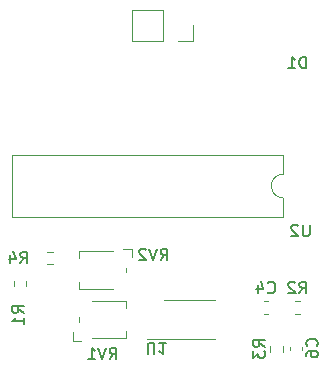
<source format=gbr>
%TF.GenerationSoftware,KiCad,Pcbnew,(5.1.9)-1*%
%TF.CreationDate,2021-06-15T19:55:56-04:00*%
%TF.ProjectId,uVU,7556552e-6b69-4636-9164-5f7063625858,rev?*%
%TF.SameCoordinates,Original*%
%TF.FileFunction,Legend,Bot*%
%TF.FilePolarity,Positive*%
%FSLAX46Y46*%
G04 Gerber Fmt 4.6, Leading zero omitted, Abs format (unit mm)*
G04 Created by KiCad (PCBNEW (5.1.9)-1) date 2021-06-15 19:55:56*
%MOMM*%
%LPD*%
G01*
G04 APERTURE LIST*
%ADD10C,0.120000*%
%ADD11C,0.150000*%
G04 APERTURE END LIST*
D10*
%TO.C,R3*%
X99836500Y-99394242D02*
X99836500Y-99868758D01*
X98791500Y-99394242D02*
X98791500Y-99868758D01*
%TO.C,C6*%
X101475000Y-99490920D02*
X101475000Y-99772080D01*
X100455000Y-99490920D02*
X100455000Y-99772080D01*
%TO.C,U2*%
X99882000Y-83202000D02*
X99882000Y-84852000D01*
X76902000Y-83202000D02*
X99882000Y-83202000D01*
X76902000Y-88502000D02*
X76902000Y-83202000D01*
X99882000Y-88502000D02*
X76902000Y-88502000D01*
X99882000Y-86852000D02*
X99882000Y-88502000D01*
X99882000Y-84852000D02*
G75*
G03*
X99882000Y-86852000I0J-1000000D01*
G01*
%TO.C,U1*%
X91948000Y-98765000D02*
X88348000Y-98765000D01*
X91948000Y-98765000D02*
X94148000Y-98765000D01*
X91948000Y-95545000D02*
X89748000Y-95545000D01*
X91948000Y-95545000D02*
X94148000Y-95545000D01*
%TO.C,RV2*%
X87055000Y-91164000D02*
X87055000Y-91864000D01*
X86355000Y-91164000D02*
X87055000Y-91164000D01*
X82555000Y-94564000D02*
X82555000Y-93964000D01*
X85455000Y-94564000D02*
X82555000Y-94564000D01*
X82555000Y-91364000D02*
X82555000Y-91964000D01*
X85455000Y-91364000D02*
X82555000Y-91364000D01*
X86555000Y-92764000D02*
X86555000Y-93164000D01*
%TO.C,RV1*%
X82056000Y-98955000D02*
X82056000Y-98255000D01*
X82756000Y-98955000D02*
X82056000Y-98955000D01*
X86556000Y-95555000D02*
X86556000Y-96155000D01*
X83656000Y-95555000D02*
X86556000Y-95555000D01*
X86556000Y-98755000D02*
X86556000Y-98155000D01*
X83656000Y-98755000D02*
X86556000Y-98755000D01*
X82556000Y-97355000D02*
X82556000Y-96955000D01*
%TO.C,R4*%
X80374258Y-92470500D02*
X79899742Y-92470500D01*
X80374258Y-91425500D02*
X79899742Y-91425500D01*
%TO.C,R2*%
X100854742Y-95616500D02*
X101329258Y-95616500D01*
X100854742Y-96661500D02*
X101329258Y-96661500D01*
%TO.C,R1*%
X78119500Y-93869742D02*
X78119500Y-94344258D01*
X77074500Y-93869742D02*
X77074500Y-94344258D01*
%TO.C,J1*%
X92262000Y-73593000D02*
X92262000Y-72263000D01*
X90932000Y-73593000D02*
X92262000Y-73593000D01*
X89662000Y-73593000D02*
X89662000Y-70933000D01*
X89662000Y-70933000D02*
X87062000Y-70933000D01*
X89662000Y-73593000D02*
X87062000Y-73593000D01*
X87062000Y-73593000D02*
X87062000Y-70933000D01*
%TO.C,C4*%
X98271420Y-95629000D02*
X98552580Y-95629000D01*
X98271420Y-96649000D02*
X98552580Y-96649000D01*
%TO.C,R3*%
D11*
X98336380Y-99464833D02*
X97860190Y-99131500D01*
X98336380Y-98893404D02*
X97336380Y-98893404D01*
X97336380Y-99274357D01*
X97384000Y-99369595D01*
X97431619Y-99417214D01*
X97526857Y-99464833D01*
X97669714Y-99464833D01*
X97764952Y-99417214D01*
X97812571Y-99369595D01*
X97860190Y-99274357D01*
X97860190Y-98893404D01*
X97336380Y-99798166D02*
X97336380Y-100417214D01*
X97717333Y-100083880D01*
X97717333Y-100226738D01*
X97764952Y-100321976D01*
X97812571Y-100369595D01*
X97907809Y-100417214D01*
X98145904Y-100417214D01*
X98241142Y-100369595D01*
X98288761Y-100321976D01*
X98336380Y-100226738D01*
X98336380Y-99941023D01*
X98288761Y-99845785D01*
X98241142Y-99798166D01*
%TO.C,C6*%
X102719142Y-99401333D02*
X102766761Y-99353714D01*
X102814380Y-99210857D01*
X102814380Y-99115619D01*
X102766761Y-98972761D01*
X102671523Y-98877523D01*
X102576285Y-98829904D01*
X102385809Y-98782285D01*
X102242952Y-98782285D01*
X102052476Y-98829904D01*
X101957238Y-98877523D01*
X101862000Y-98972761D01*
X101814380Y-99115619D01*
X101814380Y-99210857D01*
X101862000Y-99353714D01*
X101909619Y-99401333D01*
X101814380Y-100258476D02*
X101814380Y-100068000D01*
X101862000Y-99972761D01*
X101909619Y-99925142D01*
X102052476Y-99829904D01*
X102242952Y-99782285D01*
X102623904Y-99782285D01*
X102719142Y-99829904D01*
X102766761Y-99877523D01*
X102814380Y-99972761D01*
X102814380Y-100163238D01*
X102766761Y-100258476D01*
X102719142Y-100306095D01*
X102623904Y-100353714D01*
X102385809Y-100353714D01*
X102290571Y-100306095D01*
X102242952Y-100258476D01*
X102195333Y-100163238D01*
X102195333Y-99972761D01*
X102242952Y-99877523D01*
X102290571Y-99829904D01*
X102385809Y-99782285D01*
%TO.C,U2*%
X102107904Y-89114380D02*
X102107904Y-89923904D01*
X102060285Y-90019142D01*
X102012666Y-90066761D01*
X101917428Y-90114380D01*
X101726952Y-90114380D01*
X101631714Y-90066761D01*
X101584095Y-90019142D01*
X101536476Y-89923904D01*
X101536476Y-89114380D01*
X101107904Y-89209619D02*
X101060285Y-89162000D01*
X100965047Y-89114380D01*
X100726952Y-89114380D01*
X100631714Y-89162000D01*
X100584095Y-89209619D01*
X100536476Y-89304857D01*
X100536476Y-89400095D01*
X100584095Y-89542952D01*
X101155523Y-90114380D01*
X100536476Y-90114380D01*
%TO.C,U1*%
X88392095Y-100115619D02*
X88392095Y-99306095D01*
X88439714Y-99210857D01*
X88487333Y-99163238D01*
X88582571Y-99115619D01*
X88773047Y-99115619D01*
X88868285Y-99163238D01*
X88915904Y-99210857D01*
X88963523Y-99306095D01*
X88963523Y-100115619D01*
X89963523Y-99115619D02*
X89392095Y-99115619D01*
X89677809Y-99115619D02*
X89677809Y-100115619D01*
X89582571Y-99972761D01*
X89487333Y-99877523D01*
X89392095Y-99829904D01*
%TO.C,RV2*%
X89495238Y-92146380D02*
X89828571Y-91670190D01*
X90066666Y-92146380D02*
X90066666Y-91146380D01*
X89685714Y-91146380D01*
X89590476Y-91194000D01*
X89542857Y-91241619D01*
X89495238Y-91336857D01*
X89495238Y-91479714D01*
X89542857Y-91574952D01*
X89590476Y-91622571D01*
X89685714Y-91670190D01*
X90066666Y-91670190D01*
X89209523Y-91146380D02*
X88876190Y-92146380D01*
X88542857Y-91146380D01*
X88257142Y-91241619D02*
X88209523Y-91194000D01*
X88114285Y-91146380D01*
X87876190Y-91146380D01*
X87780952Y-91194000D01*
X87733333Y-91241619D01*
X87685714Y-91336857D01*
X87685714Y-91432095D01*
X87733333Y-91574952D01*
X88304761Y-92146380D01*
X87685714Y-92146380D01*
%TO.C,RV1*%
X85177238Y-100528380D02*
X85510571Y-100052190D01*
X85748666Y-100528380D02*
X85748666Y-99528380D01*
X85367714Y-99528380D01*
X85272476Y-99576000D01*
X85224857Y-99623619D01*
X85177238Y-99718857D01*
X85177238Y-99861714D01*
X85224857Y-99956952D01*
X85272476Y-100004571D01*
X85367714Y-100052190D01*
X85748666Y-100052190D01*
X84891523Y-99528380D02*
X84558190Y-100528380D01*
X84224857Y-99528380D01*
X83367714Y-100528380D02*
X83939142Y-100528380D01*
X83653428Y-100528380D02*
X83653428Y-99528380D01*
X83748666Y-99671238D01*
X83843904Y-99766476D01*
X83939142Y-99814095D01*
%TO.C,R4*%
X77636666Y-92400380D02*
X77970000Y-91924190D01*
X78208095Y-92400380D02*
X78208095Y-91400380D01*
X77827142Y-91400380D01*
X77731904Y-91448000D01*
X77684285Y-91495619D01*
X77636666Y-91590857D01*
X77636666Y-91733714D01*
X77684285Y-91828952D01*
X77731904Y-91876571D01*
X77827142Y-91924190D01*
X78208095Y-91924190D01*
X76779523Y-91733714D02*
X76779523Y-92400380D01*
X77017619Y-91352761D02*
X77255714Y-92067047D01*
X76636666Y-92067047D01*
%TO.C,R2*%
X101258666Y-94940380D02*
X101592000Y-94464190D01*
X101830095Y-94940380D02*
X101830095Y-93940380D01*
X101449142Y-93940380D01*
X101353904Y-93988000D01*
X101306285Y-94035619D01*
X101258666Y-94130857D01*
X101258666Y-94273714D01*
X101306285Y-94368952D01*
X101353904Y-94416571D01*
X101449142Y-94464190D01*
X101830095Y-94464190D01*
X100877714Y-94035619D02*
X100830095Y-93988000D01*
X100734857Y-93940380D01*
X100496761Y-93940380D01*
X100401523Y-93988000D01*
X100353904Y-94035619D01*
X100306285Y-94130857D01*
X100306285Y-94226095D01*
X100353904Y-94368952D01*
X100925333Y-94940380D01*
X100306285Y-94940380D01*
%TO.C,R1*%
X77922380Y-96607333D02*
X77446190Y-96274000D01*
X77922380Y-96035904D02*
X76922380Y-96035904D01*
X76922380Y-96416857D01*
X76970000Y-96512095D01*
X77017619Y-96559714D01*
X77112857Y-96607333D01*
X77255714Y-96607333D01*
X77350952Y-96559714D01*
X77398571Y-96512095D01*
X77446190Y-96416857D01*
X77446190Y-96035904D01*
X77922380Y-97559714D02*
X77922380Y-96988285D01*
X77922380Y-97274000D02*
X76922380Y-97274000D01*
X77065238Y-97178761D01*
X77160476Y-97083523D01*
X77208095Y-96988285D01*
%TO.C,D1*%
X101830095Y-75890380D02*
X101830095Y-74890380D01*
X101592000Y-74890380D01*
X101449142Y-74938000D01*
X101353904Y-75033238D01*
X101306285Y-75128476D01*
X101258666Y-75318952D01*
X101258666Y-75461809D01*
X101306285Y-75652285D01*
X101353904Y-75747523D01*
X101449142Y-75842761D01*
X101592000Y-75890380D01*
X101830095Y-75890380D01*
X100306285Y-75890380D02*
X100877714Y-75890380D01*
X100592000Y-75890380D02*
X100592000Y-74890380D01*
X100687238Y-75033238D01*
X100782476Y-75128476D01*
X100877714Y-75176095D01*
%TO.C,C4*%
X98578666Y-94845142D02*
X98626285Y-94892761D01*
X98769142Y-94940380D01*
X98864380Y-94940380D01*
X99007238Y-94892761D01*
X99102476Y-94797523D01*
X99150095Y-94702285D01*
X99197714Y-94511809D01*
X99197714Y-94368952D01*
X99150095Y-94178476D01*
X99102476Y-94083238D01*
X99007238Y-93988000D01*
X98864380Y-93940380D01*
X98769142Y-93940380D01*
X98626285Y-93988000D01*
X98578666Y-94035619D01*
X97721523Y-94273714D02*
X97721523Y-94940380D01*
X97959619Y-93892761D02*
X98197714Y-94607047D01*
X97578666Y-94607047D01*
%TD*%
M02*

</source>
